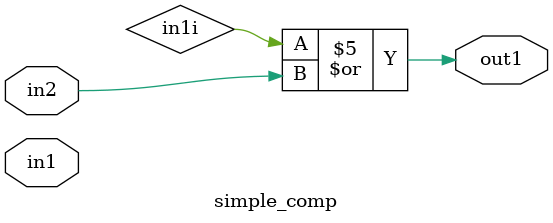
<source format=v>
module simple_comp (input wire in1, input wire in2, output wire out1);

// perform comparison according to truth table
assign p1 = ~in1 & ~in2;
assign p2 = in1 & in2;

// assign result to out1
assign out1 = in1i | in2; 

endmodule

</source>
